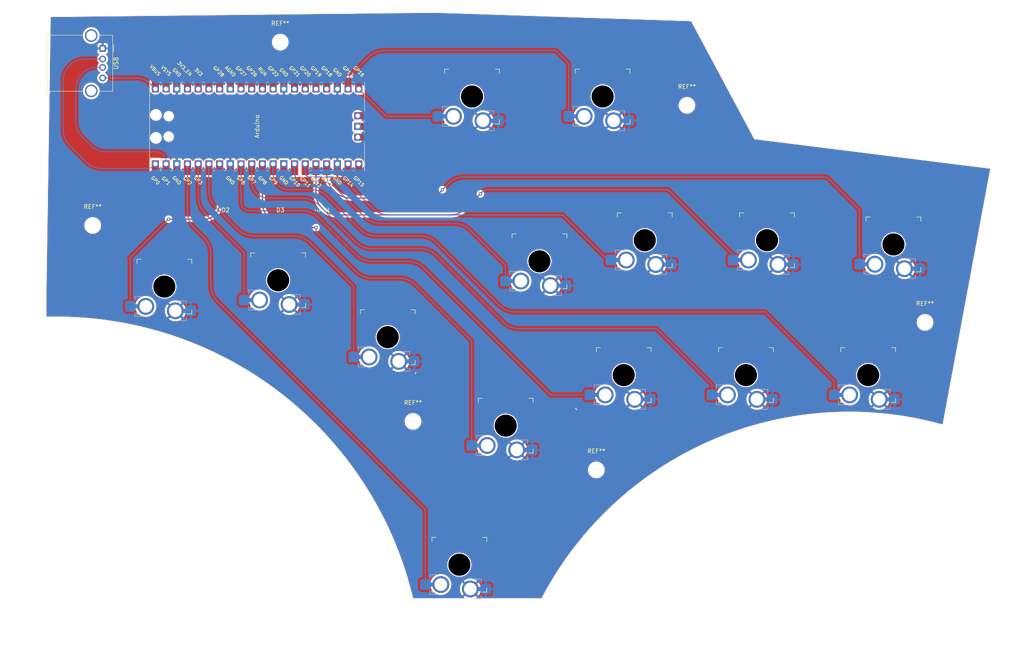
<source format=kicad_pcb>
(kicad_pcb (version 20241229) (generator "pcbnew") (generator_version "9.0")
  (title_block (title "tutorial") (rev "v1.0.0") (company "Unknown"))
  (layers (0 "F.Cu" signal) (2 "B.Cu" signal) (13 "F.Paste" user) (15 "B.Paste" user) (5 "F.SilkS" user "F.Silkscreen") (7 "B.SilkS" user "B.Silkscreen") (1 "F.Mask" user) (3 "B.Mask" user) (25 "Edge.Cuts" user))
  (net 0 "")
  (net 1 "GND")
  (net 2 "up")
  (net 3 "down")
  (net 4 "left")
  (net 5 "right")
  (net 6 "p1")
  (net 7 "p0")
  (net 8 "k0")
  (net 9 "k1")
  (net 10 "k2")
  (net 11 "k3")
  (net 12 "p2")
  (net 13 "p3")
  (net 14 "start")
  (net 15 "select")
  (net 16 "VCC")
  (net 17 "D+")
  (net 18 "D-")
  (footprint "Button_Switch_Keyboard:SW_Gateron_LowProfile_HotSwap_PTH_footprint" (layer "F.Cu") (at 313 164)
    (property "Reference" "S11" (hide yes))
    (property "Value" "" (hide yes))
    (pad "" np_thru_hole circle (at 0 0) (size 5.25 5.25) (drill 5.25) (layers "*.Mask"))
    (pad "1" smd roundrect (at -8.075 4.7) (size 2.5 2.55) (layers "B.Cu" "B.Mask" "B.Paste") (roundrect_rratio 0.2) (net 11 "k3"))
    (pad "1" smd rect (at -6.35 4.7) (size 3.9 1) (layers "B.Cu") (net 11 "k3"))
    (pad "1" thru_hole circle (at -4.4 4.7) (size 4 4) (drill 3) (layers "*.Cu" "B.Mask") (net 11 "k3"))
    (pad "2" thru_hole circle (at 2.6 5.75) (size 4 4) (drill 3) (layers "*.Cu" "B.Mask") (net 1 "GND"))
    (pad "2" smd rect (at 4.475 5.75) (size 3.75 1) (layers "B.Cu") (net 1 "GND"))
    (pad "2" smd roundrect (at 6.275 5.75) (size 2.5 2.55) (layers "B.Cu" "B.Mask" "B.Paste") (roundrect_rratio 0.2) (net 1 "GND"))
  )
  (footprint "Button_Switch_Keyboard:SW_Gateron_LowProfile_HotSwap_PTH_footprint" (layer "F.Cu") (at 216 209)
    (property "Reference" "S4" (hide yes))
    (property "Value" "" (hide yes))
    (pad "" np_thru_hole circle (at 0 0) (size 5.25 5.25) (drill 5.25) (layers "*.Mask"))
    (pad "1" smd roundrect (at -8.075 4.7) (size 2.5 2.55) (layers "B.Cu" "B.Mask" "B.Paste") (roundrect_rratio 0.2) (net 2 "up"))
    (pad "1" smd rect (at -6.35 4.7) (size 3.9 1) (layers "B.Cu") (net 2 "up"))
    (pad "1" thru_hole circle (at -4.4 4.7) (size 4 4) (drill 3) (layers "*.Cu" "B.Mask") (net 2 "up"))
    (pad "2" thru_hole circle (at 2.6 5.75) (size 4 4) (drill 3) (layers "*.Cu" "B.Mask") (net 1 "GND"))
    (pad "2" smd rect (at 4.475 5.75) (size 3.75 1) (layers "B.Cu") (net 1 "GND"))
    (pad "2" smd roundrect (at 6.275 5.75) (size 2.5 2.55) (layers "B.Cu" "B.Mask" "B.Paste") (roundrect_rratio 0.2) (net 1 "GND"))
  )
  (footprint "MountingHole:MountingHole_3.5mm" (layer "F.Cu") (at 270 100)
    (property "Reference" "REF**" (at 0 -4.45 0) (layer "F.SilkS"))
    (property "Value" "MountingHole_3.5mm")
    (pad "" np_thru_hole circle (at 0 0) (size 3.5 3.5) (drill 3.5) (layers "*.Cu" "*.Mask"))
  )
  (footprint "Button_Switch_Keyboard:SW_Gateron_LowProfile_HotSwap_PTH_footprint" (layer "F.Cu") (at 255 164)
    (property "Reference" "S7" (hide yes))
    (property "Value" "" (hide yes))
    (pad "" np_thru_hole circle (at 0 0) (size 5.25 5.25) (drill 5.25) (layers "*.Mask"))
    (pad "1" smd roundrect (at -8.075 4.7) (size 2.5 2.55) (layers "B.Cu" "B.Mask" "B.Paste") (roundrect_rratio 0.2) (net 9 "k1"))
    (pad "1" smd rect (at -6.35 4.7) (size 3.9 1) (layers "B.Cu") (net 9 "k1"))
    (pad "1" thru_hole circle (at -4.4 4.7) (size 4 4) (drill 3) (layers "*.Cu" "B.Mask") (net 9 "k1"))
    (pad "2" thru_hole circle (at 2.6 5.75) (size 4 4) (drill 3) (layers "*.Cu" "B.Mask") (net 1 "GND"))
    (pad "2" smd rect (at 4.475 5.75) (size 3.75 1) (layers "B.Cu") (net 1 "GND"))
    (pad "2" smd roundrect (at 6.275 5.75) (size 2.5 2.55) (layers "B.Cu" "B.Mask" "B.Paste") (roundrect_rratio 0.2) (net 1 "GND"))
  )
  (footprint "Connector_USB:USB_A_Molex_67643_Horizontal" (layer "F.Cu") (at 131.36 86.5 -90)
    (property "Reference" "USB" (at 3.5 -3.19 90) (layer "F.SilkS"))
    (property "Value" "USB_A_Molex_67643_Horizontal")
    (pad "1" thru_hole rect (at 0 0 270) (size 1.6 1.5) (drill 0.95) (layers "*.Cu" "*.Mask") (net 1 "GND"))
    (pad "2" thru_hole circle (at 2.5 0 270) (size 1.6 1.6) (drill 0.95) (layers "*.Cu" "*.Mask") (net 17 "D+"))
    (pad "3" thru_hole circle (at 4.5 0 270) (size 1.6 1.6) (drill 0.95) (layers "*.Cu" "*.Mask") (net 18 "D-"))
    (pad "4" thru_hole circle (at 7 0 270) (size 1.6 1.6) (drill 0.95) (layers "*.Cu" "*.Mask") (net 16 "VCC"))
    (pad "5" thru_hole circle (at -3.07 2.71 270) (size 3 3) (drill 2.3) (layers "*.Cu" "*.Mask"))
    (pad "5" thru_hole circle (at 10.07 2.71 270) (size 3 3) (drill 2.3) (layers "*.Cu" "*.Mask"))
  )
  (footprint "MountingHole:MountingHole_3.5mm" (layer "F.Cu") (at 129 128.5)
    (property "Reference" "REF**" (at 0 -4.45 0) (layer "F.SilkS"))
    (property "Value" "MountingHole_3.5mm")
    (pad "" np_thru_hole circle (at 0 0) (size 3.5 3.5) (drill 3.5) (layers "*.Cu" "*.Mask"))
  )
  (footprint "Button_Switch_Keyboard:SW_Gateron_LowProfile_HotSwap_PTH_footprint" (layer "F.Cu") (at 199 155)
    (property "Reference" "S3" (hide yes))
    (property "Value" "" (hide yes))
    (pad "" np_thru_hole circle (at 0 0) (size 5.25 5.25) (drill 5.25) (layers "*.Mask"))
    (pad "1" smd roundrect (at -8.075 4.7) (size 2.5 2.55) (layers "B.Cu" "B.Mask" "B.Paste") (roundrect_rratio 0.2) (net 5 "right"))
    (pad "1" smd rect (at -6.35 4.7) (size 3.9 1) (layers "B.Cu") (net 5 "right"))
    (pad "1" thru_hole circle (at -4.4 4.7) (size 4 4) (drill 3) (layers "*.Cu" "B.Mask") (net 5 "right"))
    (pad "2" thru_hole circle (at 2.6 5.75) (size 4 4) (drill 3) (layers "*.Cu" "B.Mask") (net 1 "GND"))
    (pad "2" smd rect (at 4.475 5.75) (size 3.75 1) (layers "B.Cu") (net 1 "GND"))
    (pad "2" smd roundrect (at 6.275 5.75) (size 2.5 2.55) (layers "B.Cu" "B.Mask" "B.Paste") (roundrect_rratio 0.2) (net 1 "GND"))
  )
  (footprint "Button_Switch_Keyboard:SW_Gateron_LowProfile_HotSwap_PTH_footprint" (layer "F.Cu") (at 289 132)
    (property "Reference" "S10" (hide yes))
    (property "Value" "" (hide yes))
    (pad "" np_thru_hole circle (at 0 0) (size 5.25 5.25) (drill 5.25) (layers "*.Mask"))
    (pad "1" smd roundrect (at -8.075 4.7) (size 2.5 2.55) (layers "B.Cu" "B.Mask" "B.Paste") (roundrect_rratio 0.2) (net 12 "p2"))
    (pad "1" smd rect (at -6.35 4.7) (size 3.9 1) (layers "B.Cu") (net 12 "p2"))
    (pad "1" thru_hole circle (at -4.4 4.7) (size 4 4) (drill 3) (layers "*.Cu" "B.Mask") (net 12 "p2"))
    (pad "2" thru_hole circle (at 2.6 5.75) (size 4 4) (drill 3) (layers "*.Cu" "B.Mask") (net 1 "GND"))
    (pad "2" smd rect (at 4.475 5.75) (size 3.75 1) (layers "B.Cu") (net 1 "GND"))
    (pad "2" smd roundrect (at 6.275 5.75) (size 2.5 2.55) (layers "B.Cu" "B.Mask" "B.Paste") (roundrect_rratio 0.2) (net 1 "GND"))
  )
  (footprint "Button_Switch_Keyboard:SW_Gateron_LowProfile_HotSwap_PTH_footprint" (layer "F.Cu") (at 235 137)
    (property "Reference" "S6" (hide yes))
    (property "Value" "" (hide yes))
    (pad "" np_thru_hole circle (at 0 0) (size 5.25 5.25) (drill 5.25) (layers "*.Mask"))
    (pad "1" smd roundrect (at -8.075 4.7) (size 2.5 2.55) (layers "B.Cu" "B.Mask" "B.Paste") (roundrect_rratio 0.2) (net 7 "p0"))
    (pad "1" smd rect (at -6.35 4.7) (size 3.9 1) (layers "B.Cu") (net 7 "p0"))
    (pad "1" thru_hole circle (at -4.4 4.7) (size 4 4) (drill 3) (layers "*.Cu" "B.Mask") (net 7 "p0"))
    (pad "2" thru_hole circle (at 2.6 5.75) (size 4 4) (drill 3) (layers "*.Cu" "B.Mask") (net 1 "GND"))
    (pad "2" smd rect (at 4.475 5.75) (size 3.75 1) (layers "B.Cu") (net 1 "GND"))
    (pad "2" smd roundrect (at 6.275 5.75) (size 2.5 2.55) (layers "B.Cu" "B.Mask" "B.Paste") (roundrect_rratio 0.2) (net 1 "GND"))
  )
  (footprint "MountingHole:MountingHole_3.5mm" (layer "F.Cu") (at 205 175)
    (property "Reference" "REF**" (at 0 -4.45 0) (layer "F.SilkS"))
    (property "Value" "MountingHole_3.5mm")
    (pad "" np_thru_hole circle (at 0 0) (size 3.5 3.5) (drill 3.5) (layers "*.Cu" "*.Mask"))
  )
  (footprint "Button_Switch_Keyboard:SW_Gateron_LowProfile_HotSwap_PTH_footprint" (layer "F.Cu") (at 284 164)
    (property "Reference" "S9" (hide yes))
    (property "Value" "" (hide yes))
    (pad "" np_thru_hole circle (at 0 0) (size 5.25 5.25) (drill 5.25) (layers "*.Mask"))
    (pad "1" smd roundrect (at -8.075 4.7) (size 2.5 2.55) (layers "B.Cu" "B.Mask" "B.Paste") (roundrect_rratio 0.2) (net 10 "k2"))
    (pad "1" smd rect (at -6.35 4.7) (size 3.9 1) (layers "B.Cu") (net 10 "k2"))
    (pad "1" thru_hole circle (at -4.4 4.7) (size 4 4) (drill 3) (layers "*.Cu" "B.Mask") (net 10 "k2"))
    (pad "2" thru_hole circle (at 2.6 5.75) (size 4 4) (drill 3) (layers "*.Cu" "B.Mask") (net 1 "GND"))
    (pad "2" smd rect (at 4.475 5.75) (size 3.75 1) (layers "B.Cu") (net 1 "GND"))
    (pad "2" smd roundrect (at 6.275 5.75) (size 2.5 2.55) (layers "B.Cu" "B.Mask" "B.Paste") (roundrect_rratio 0.2) (net 1 "GND"))
  )
  (footprint "MCU_RaspberryPi_and_Boards:RPi_Pico_SMD_TH" (layer "F.Cu") (at 168 105 90)
    (property "Reference" "Arduino" (at 0 0 90) (layer "F.SilkS"))
    (property "Value" "RPi_Pico_SMD_TH")
    (fp_text user "GP22" (at 13.054 3.81 135) (layer "F.SilkS") (effects (font (size 0.8 0.8))))
    (fp_text user "GP27" (at 13.054 -3.8 135) (layer "F.SilkS") (effects (font (size 0.8 0.8))))
    (fp_text user "GP26" (at 13.054 -1.27 135) (layer "F.SilkS") (effects (font (size 0.8 0.8))))
    (fp_text user "GND" (at 12.8 19.05 135) (layer "F.SilkS") (effects (font (size 0.8 0.8))))
    (fp_text user "3V3" (at 12.9 -13.9 135) (layer "F.SilkS") (effects (font (size 0.8 0.8))))
    (fp_text user "GP20" (at 13.054 11.43 135) (layer "F.SilkS") (effects (font (size 0.8 0.8))))
    (fp_text user "GP15" (at -13.054 24.13 135) (layer "F.SilkS") (effects (font (size 0.8 0.8))))
    (fp_text user "GND" (at -12.8 6.35 135) (layer "F.SilkS") (effects (font (size 0.8 0.8))))
    (fp_text user "GP19" (at 13.054 13.97 135) (layer "F.SilkS") (effects (font (size 0.8 0.8))))
    (fp_text user "GND" (at -12.8 -6.35 135) (layer "F.SilkS") (effects (font (size 0.8 0.8))))
    (fp_text user "GP18" (at 13.054 16.51 135) (layer "F.SilkS") (effects (font (size 0.8 0.8))))
    (fp_text user "GP16" (at 13.054 24.13 135) (layer "F.SilkS") (effects (font (size 0.8 0.8))))
    (fp_text user "GP17" (at 13.054 21.59 135) (layer "F.SilkS") (effects (font (size 0.8 0.8))))
    (fp_text user "GP6" (at -12.8 -3.81 135) (layer "F.SilkS") (effects (font (size 0.8 0.8))))
    (fp_text user "VSYS" (at 13.2 -21.59 135) (layer "F.SilkS") (effects (font (size 0.8 0.8))))
    (fp_text user "GP2" (at -12.9 -16.51 135) (layer "F.SilkS") (effects (font (size 0.8 0.8))))
    (fp_text user "GP0" (at -12.8 -24.13 135) (layer "F.SilkS") (effects (font (size 0.8 0.8))))
    (fp_text user "GND" (at -12.8 -19.05 135) (layer "F.SilkS") (effects (font (size 0.8 0.8))))
    (fp_text user "GND" (at 12.8 -19.05 135) (layer "F.SilkS") (effects (font (size 0.8 0.8))))
    (fp_text user "GP14" (at -13.1 21.59 135) (layer "F.SilkS") (effects (font (size 0.8 0.8))))
    (fp_text user "GP12" (at -13.2 13.97 135) (layer "F.SilkS") (effects (font (size 0.8 0.8))))
    (fp_text user "GP13" (at -13.054 16.51 135) (layer "F.SilkS") (effects (font (size 0.8 0.8))))
    (fp_text user "VBUS" (at 13.3 -24.2 135) (layer "F.SilkS") (effects (font (size 0.8 0.8))))
    (fp_text user "GP1" (at -12.9 -21.6 135) (layer "F.SilkS") (effects (font (size 0.8 0.8))))
    (fp_text user "GP3" (at -12.8 -13.97 135) (layer "F.SilkS") (effects (font (size 0.8 0.8))))
    (fp_text user "GP9" (at -12.8 3.81 135) (layer "F.SilkS") (effects (font (size 0.8 0.8))))
    (fp_text user "GND" (at 12.8 6.35 135) (layer "F.SilkS") (effects (font (size 0.8 0.8))))
    (fp_text user "AGND" (at 13.054 -6.35 135) (layer "F.SilkS") (effects (font (size 0.8 0.8))))
    (fp_text user "GND" (at -12.8 19.05 135) (layer "F.SilkS") (effects (font (size 0.8 0.8))))
    (fp_text user "GP10" (at -13.054 8.89 135) (layer "F.SilkS") (effects (font (size 0.8 0.8))))
    (fp_text user "GP28" (at 13.054 -9.144 135) (layer "F.SilkS") (effects (font (size 0.8 0.8))))
    (fp_text user "GP11" (at -13.2 11.43 135) (layer "F.SilkS") (effects (font (size 0.8 0.8))))
    (fp_text user "GP7" (at -12.7 -1.3 135) (layer "F.SilkS") (effects (font (size 0.8 0.8))))
    (fp_text user "3V3_EN" (at 13.7 -17.2 135) (layer "F.SilkS") (effects (font (size 0.8 0.8))))
    (fp_text user "RUN" (at 13 1.27 135) (layer "F.SilkS") (effects (font (size 0.8 0.8))))
    (fp_text user "GP8" (at -12.8 1.27 135) (layer "F.SilkS") (effects (font (size 0.8 0.8))))
    (fp_text user "GP21" (at 13.054 8.9 135) (layer "F.SilkS") (effects (font (size 0.8 0.8))))
    (pad "" np_thru_hole oval (at -2.725 -24 90) (size 1.8 1.8) (drill 1.8) (layers "*.Cu" "*.Mask"))
    (pad "" np_thru_hole oval (at -2.425 -20.97 90) (size 1.5 1.5) (drill 1.5) (layers "*.Cu" "*.Mask"))
    (pad "" np_thru_hole oval (at 2.425 -20.97 90) (size 1.5 1.5) (drill 1.5) (layers "*.Cu" "*.Mask"))
    (pad "" np_thru_hole oval (at 2.725 -24 90) (size 1.8 1.8) (drill 1.8) (layers "*.Cu" "*.Mask"))
    (pad "1" thru_hole oval (at -8.89 -24.13 90) (size 1.7 1.7) (drill 1.02) (layers "*.Cu" "*.Mask") (net 17 "D+"))
    (pad "1" smd rect (at -8.89 -24.13 90) (size 3.5 1.7) (drill (offset -0.9 0)) (layers "F.Cu" "F.Mask"))
    (pad "2" thru_hole oval (at -8.89 -21.59 90) (size 1.7 1.7) (drill 1.02) (layers "*.Cu" "*.Mask") (net 18 "D-"))
    (pad "2" smd rect (at -8.89 -21.59 90) (size 3.5 1.7) (drill (offset -0.9 0)) (layers "F.Cu" "F.Mask"))
    (pad "3" thru_hole rect (at -8.89 -19.05 90) (size 1.7 1.7) (drill 1.02) (layers "*.Cu" "*.Mask") (net 1 "GND"))
    (pad "3" smd rect (at -8.89 -19.05 90) (size 3.5 1.7) (drill (offset -0.9 0)) (layers "F.Cu" "F.Mask") (net 1 "GND"))
    (pad "4" thru_hole oval (at -8.89 -16.51 90) (size 1.7 1.7) (drill 1.02) (layers "*.Cu" "*.Mask") (net 2 "up"))
    (pad "4" smd rect (at -8.89 -16.51 90) (size 3.5 1.7) (drill (offset -0.9 0)) (layers "F.Cu" "F.Mask") (net 2 "up"))
    (pad "5" thru_hole oval (at -8.89 -13.97 90) (size 1.7 1.7) (drill 1.02) (layers "*.Cu" "*.Mask") (net 3 "down"))
    (pad "5" smd rect (at -8.89 -13.97 90) (size 3.5 1.7) (drill (offset -0.9 0)) (layers "F.Cu" "F.Mask") (net 3 "down"))
    (pad "6" thru_hole oval (at -8.89 -11.43 90) (size 1.7 1.7) (drill 1.02) (layers "*.Cu" "*.Mask") (net 5 "right"))
    (pad "6" smd rect (at -8.89 -11.43 90) (size 3.5 1.7) (drill (offset -0.9 0)) (layers "F.Cu" "F.Mask") (net 5 "right"))
    (pad "7" thru_hole oval (at -8.89 -8.89 90) (size 1.7 1.7) (drill 1.02) (layers "*.Cu" "*.Mask") (net 4 "left"))
    (pad "7" smd rect (at -8.89 -8.89 90) (size 3.5 1.7) (drill (offset -0.9 0)) (layers "F.Cu" "F.Mask") (net 4 "left"))
    (pad "8" thru_hole rect (at -8.89 -6.35 90) (size 1.7 1.7) (drill 1.02) (layers "*.Cu" "*.Mask") (net 1 "GND"))
    (pad "8" smd rect (at -8.89 -6.35 90) (size 3.5 1.7) (drill (offset -0.9 0)) (layers "F.Cu" "F.Mask") (net 1 "GND"))
    (pad "9" thru_hole oval (at -8.89 -3.81 90) (size 1.7 1.7) (drill 1.02) (layers "*.Cu" "*.Mask") (net 9 "k1"))
    (pad "9" smd rect (at -8.89 -3.81 90) (size 3.5 1.7) (drill (offset -0.9 0)) (layers "F.Cu" "F.Mask") (net 9 "k1"))
    (pad "10" thru_hole oval (at -8.89 -1.27 90) (size 1.7 1.7) (drill 1.02) (layers "*.Cu" "*.Mask") (net 10 "k2"))
    (pad "10" smd rect (at -8.89 -1.27 90) (size 3.5 1.7) (drill (offset -0.9 0)) (layers "F.Cu" "F.Mask") (net 10 "k2"))
    (pad "11" thru_hole oval (at -8.89 1.27 90) (size 1.7 1.7) (drill 1.02) (layers "*.Cu" "*.Mask") (net 8 "k0"))
    (pad "11" smd rect (at -8.89 1.27 90) (size 3.5 1.7) (drill (offset -0.9 0)) (layers "F.Cu" "F.Mask") (net 8 "k0"))
    (pad "12" thru_hole oval (at -8.89 3.81 90) (size 1.7 1.7) (drill 1.02) (layers "*.Cu" "*.Mask") (net 11 "k3"))
    (pad "12" smd rect (at -8.89 3.81 90) (size 3.5 1.7) (drill (offset -0.9 0)) (layers "F.Cu" "F.Mask") (net 11 "k3"))
    (pad "13" thru_hole rect (at -8.89 6.35 90) (size 1.7 1.7) (drill 1.02) (layers "*.Cu" "*.Mask"))
    (pad "13" smd rect (at -8.89 6.35 90) (size 3.5 1.7) (drill (offset -0.9 0)) (layers "F.Cu" "F.Mask"))
    (pad "14" thru_hole oval (at -8.89 8.89 90) (size 1.7 1.7) (drill 1.02) (layers "*.Cu" "*.Mask") (net 7 "p0"))
    (pad "14" smd rect (at -8.89 8.89 90) (size 3.5 1.7) (drill (offset -0.9 0)) (layers "F.Cu" "F.Mask") (net 7 "p0"))
    (pad "15" thru_hole oval (at -8.89 11.43 90) (size 1.7 1.7) (drill 1.02) (layers "*.Cu" "*.Mask") (net 6 "p1"))
    (pad "15" smd rect (at -8.89 11.43 90) (size 3.5 1.7) (drill (offset -0.9 0)) (layers "F.Cu" "F.Mask") (net 6 "p1"))
    (pad "16" thru_hole oval (at -8.89 13.97 90) (size 1.7 1.7) (drill 1.02) (layers "*.Cu" "*.Mask") (net 12 "p2"))
    (pad "16" smd rect (at -8.89 13.97 90) (size 3.5 1.7) (drill (offset -0.9 0)) (layers "F.Cu" "F.Mask") (net 12 "p2"))
    (pad "17" thru_hole oval (at -8.89 16.51 90) (size 1.7 1.7) (drill 1.02) (layers "*.Cu" "*.Mask") (net 13 "p3"))
    (pad "17" smd rect (at -8.89 16.51 90) (size 3.5 1.7) (drill (offset -0.9 0)) (layers "F.Cu" "F.Mask") (net 13 "p3"))
    (pad "18" thru_hole rect (at -8.89 19.05 90) (size 1.7 1.7) (drill 1.02) (layers "*.Cu" "*.Mask") (net 1 "GND"))
    (pad "18" smd rect (at -8.89 19.05 90) (size 3.5 1.7) (drill (offset -0.9 0)) (layers "F.Cu" "F.Mask") (net 1 "GND"))
    (pad "19" thru_hole oval (at -8.89 21.59 90) (size 1.7 1.7) (drill 1.02) (layers "*.Cu" "*.Mask"))
    (pad "19" smd rect (at -8.89 21.59 90) (size 3.5 1.7) (drill (offset -0.9 0)) (layers "F.Cu" "F.Mask"))
    (pad "20" thru_hole oval (at -8.89 24.13 90) (size 1.7 1.7) (drill 1.02) (layers "*.Cu" "*.Mask"))
    (pad "20" smd rect (at -8.89 24.13 90) (size 3.5 1.7) (drill (offset -0.9 0)) (layers "F.Cu" "F.Mask"))
    (pad "21" thru_hole oval (at 8.89 24.13 90) (size 1.7 1.7) (drill 1.02) (layers "*.Cu" "*.Mask") (net 14 "start"))
    (pad "21" smd rect (at 8.89 24.13 90) (size 3.5 1.7) (drill (offset 0.9 0)) (layers "F.Cu" "F.Mask") (net 14 "start"))
    (pad "22" thru_hole oval (at 8.89 21.59 90) (size 1.7 1.7) (drill 1.02) (layers "*.Cu" "*.Mask") (net 15 "select"))
    (pad "22" smd rect (at 8.89 21.59 90) (size 3.5 1.7) (drill (offset 0.9 0)) (layers "F.Cu" "F.Mask") (net 15 "select"))
    (pad "23" thru_hole rect (at 8.89 19.05 90) (size 1.7 1.7) (drill 1.02) (layers "*.Cu" "*.Mask") (net 1 "GND"))
    (pad "23" smd rect (at 8.89 19.05 90) (size 3.5 1.7) (drill (offset 0.9 0)) (layers "F.Cu" "F.Mask") (net 1 "GND"))
    (pad "24" thru_hole oval (at 8.89 16.51 90) (size 1.7 1.7) (drill 1.02) (layers "*.Cu" "*.Mask"))
    (pad "24" smd rect (at 8.89 16.51 90) (size 3.5 1.7) (drill (offset 0.9 0)) (layers "F.Cu" "F.Mask"))
    (pad "25" thru_hole oval (at 8.89 13.97 90) (size 1.7 1.7) (drill 1.02) (layers "*.Cu" "*.Mask"))
    (pad "25" smd rect (at 8.89 13.97 90) (size 3.5 1.7) (drill (offset 0.9 0)) (layers "F.Cu" "F.Mask"))
    (pad "26" thru_hole oval (at 8.89 11.43 90) (size 1.7 1.7) (drill 1.02) (layers "*.Cu" "*.Mask"))
    (pad "26" smd rect (at 8.89 11.43 90) (size 3.5 1.7) (drill (offset 0.9 0)) (layers "F.Cu" "F.Mask"))
    (pad "27" thru_hole oval (at 8.89 8.89 90) (size 1.7 1.7) (drill 1.02) (layers "*.Cu" "*.Mask"))
    (pad "27" smd rect (at 8.89 8.89 90) (size 3.5 1.7) (drill (offset 0.9 0)) (layers "F.Cu" "F.Mask"))
    (pad "28" thru_hole rect (at 8.89 6.35 90) (size 1.7 1.7) (drill 1.02) (layers "*.Cu" "*.Mask") (net 1 "GND"))
    (pad "28" smd rect (at 8.89 6.35 90) (size 3.5 1.7) (drill (offset 0.9 0)) (layers "F.Cu" "F.Mask") (net 1 "GND"))
    (pad "29" thru_hole oval (at 8.89 3.81 90) (size 1.7 1.7) (drill 1.02) (layers "*.Cu" "*.Mask"))
    (pad "29" smd rect (at 8.89 3.81 90) (size 3.5 1.7) (drill (offset 0.9 0)) (layers "F.Cu" "F.Mask"))
    (pad "30" thru_hole oval (at 8.89 1.27 90) (size 1.7 1.7) (drill 1.02) (layers "*.Cu" "*.Mask"))
    (pad "30" smd rect (at 8.89 1.27 90) (size 3.5 1.7) (drill (offset 0.9 0)) (layers "F.Cu" "F.Mask"))
    (pad "31" thru_hole oval (at 8.89 -1.27 90) (size 1.7 1.7) (drill 1.02) (layers "*.Cu" "*.Mask"))
    (pad "31" smd rect (at 8.89 -1.27 90) (size 3.5 1.7) (drill (offset 0.9 0)) (layers "F.Cu" "F.Mask"))
    (pad "32" thru_hole oval (at 8.89 -3.81 90) (size 1.7 1.7) (drill 1.02) (layers "*.Cu" "*.Mask"))
    (pad "32" smd rect (at 8.89 -3.81 90) (size 3.5 1.7) (drill (offset 0.9 0)) (layers "F.Cu" "F.Mask"))
    (pad "33" thru_hole rect (at 8.89 -6.35 90) (size 1.7 1.7) (drill 1.02) (layers "*.Cu" "*.Mask"))
    (pad "33" smd rect (at 8.89 -6.35 90) (size 3.5 1.7) (drill (offset 0.9 0)) (layers "F.Cu" "F.Mask"))
    (pad "34" thru_hole oval (at 8.89 -8.89 90) (size 1.7 1.7) (drill 1.02) (layers "*.Cu" "*.Mask"))
    (pad "34" smd rect (at 8.89 -8.89 90) (size 3.5 1.7) (drill (offset 0.9 0)) (layers "F.Cu" "F.Mask"))
    (pad "35" thru_hole oval (at 8.89 -11.43 90) (size 1.7 1.7) (drill 1.02) (layers "*.Cu" "*.Mask"))
    (pad "35" smd rect (at 8.89 -11.43 90) (size 3.5 1.7) (drill (offset 0.9 0)) (layers "F.Cu" "F.Mask"))
    (pad "36" thru_hole oval (at 8.89 -13.97 90) (size 1.7 1.7) (drill 1.02) (layers "*.Cu" "*.Mask"))
    (pad "36" smd rect (at 8.89 -13.97 90) (size 3.5 1.7) (drill (offset 0.9 0)) (layers "F.Cu" "F.Mask"))
    (pad "37" thru_hole oval (at 8.89 -16.51 90) (size 1.7 1.7) (drill 1.02) (layers "*.Cu" "*.Mask"))
    (pad "37" smd rect (at 8.89 -16.51 90) (size 3.5 1.7) (drill (offset 0.9 0)) (layers "F.Cu" "F.Mask"))
    (pad "38" thru_hole rect (at 8.89 -19.05 90) (size 1.7 1.7) (drill 1.02) (layers "*.Cu" "*.Mask") (net 1 "GND"))
    (pad "38" smd rect (at 8.89 -19.05 90) (size 3.5 1.7) (drill (offset 0.9 0)) (layers "F.Cu" "F.Mask") (net 1 "GND"))
    (pad "39" thru_hole oval (at 8.89 -21.59 90) (size 1.7 1.7) (drill 1.02) (layers "*.Cu" "*.Mask"))
    (pad "39" smd rect (at 8.89 -21.59 90) (size 3.5 1.7) (drill (offset 0.9 0)) (layers "F.Cu" "F.Mask"))
    (pad "40" thru_hole oval (at 8.89 -24.13 90) (size 1.7 1.7) (drill 1.02) (layers "*.Cu" "*.Mask") (net 16 "VCC"))
    (pad "40" smd rect (at 8.89 -24.13 90) (size 3.5 1.7) (drill (offset 0.9 0)) (layers "F.Cu" "F.Mask"))
    (pad "41" thru_hole oval (at -2.54 23.9 90) (size 1.7 1.7) (drill 1.02) (layers "*.Cu" "*.Mask"))
    (pad "41" smd rect (at -2.54 23.9 180) (size 3.5 1.7) (drill (offset -0.9 0)) (layers "F.Cu" "F.Mask"))
    (pad "42" thru_hole rect (at 0 23.9 90) (size 1.7 1.7) (drill 1.02) (layers "*.Cu" "*.Mask"))
    (pad "42" smd rect (at 0 23.9 180) (size 3.5 1.7) (drill (offset -0.9 0)) (layers "F.Cu" "F.Mask"))
    (pad "43" thru_hole oval (at 2.54 23.9 90) (size 1.7 1.7) (drill 1.02) (layers "*.Cu" "*.Mask"))
    (pad "43" smd rect (at 2.54 23.9 180) (size 3.5 1.7) (drill (offset -0.9 0)) (layers "F.Cu" "F.Mask"))
  )
  (footprint "Button_Switch_Keyboard:SW_Gateron_LowProfile_HotSwap_PTH_footprint" (layer "F.Cu") (at 173 141.5)
    (property "Reference" "S2" (hide yes))
    (property "Value" "" (hide yes))
    (pad "" np_thru_hole circle (at 0 0) (size 5.25 5.25) (drill 5.25) (layers "*.Mask"))
    (pad "1" smd roundrect (at -8.075 4.7) (size 2.5 2.55) (layers "B.Cu" "B.Mask" "B.Paste") (roundrect_rratio 0.2) (net 3 "down"))
    (pad "1" smd rect (at -6.35 4.7) (size 3.9 1) (layers "B.Cu") (net 3 "down"))
    (pad "1" thru_hole circle (at -4.4 4.7) (size 4 4) (drill 3) (layers "*.Cu" "B.Mask") (net 3 "down"))
    (pad "2" thru_hole circle (at 2.6 5.75) (size 4 4) (drill 3) (layers "*.Cu" "B.Mask") (net 1 "GND"))
    (pad "2" smd rect (at 4.475 5.75) (size 3.75 1) (layers "B.Cu") (net 1 "GND"))
    (pad "2" smd roundrect (at 6.275 5.75) (size 2.5 2.55) (layers "B.Cu" "B.Mask" "B.Paste") (roundrect_rratio 0.2) (net 1 "GND"))
  )
  (footprint "MountingHole:MountingHole_3.5mm" (layer "F.Cu") (at 173.5 85)
    (property "Reference" "REF**" (at 0 -4.45 0) (layer "F.SilkS"))
    (property "Value" "MountingHole_3.5mm")
    (pad "" np_thru_hole circle (at 0 0) (size 3.5 3.5) (drill 3.5) (layers "*.Cu" "*.Mask"))
  )
  (footprint "Button_Switch_Keyboard:SW_Gateron_LowProfile_HotSwap_PTH_footprint" (layer "F.Cu") (at 250 97.9)
    (property "Reference" "S14" (hide yes))
    (property "Value" "" (hide yes))
    (pad "" np_thru_hole circle (at 0 0) (size 5.25 5.25) (drill 5.25) (layers "*.Mask"))
    (pad "1" smd roundrect (at -8.075 4.7) (size 2.5 2.55) (layers "B.Cu" "B.Mask" "B.Paste") (roundrect_rratio 0.2) (net 15 "select"))
    (pad "1" smd rect (at -6.35 4.7) (size 3.9 1) (layers "B.Cu") (net 15 "select"))
    (pad "1" thru_hole circle (at -4.4 4.7) (size 4 4) (drill 3) (layers "*.Cu" "B.Mask") (net 15 "select"))
    (pad "2" thru_hole circle (at 2.6 5.75) (size 4 4) (drill 3) (layers "*.Cu" "B.Mask") (net 1 "GND"))
    (pad "2" smd rect (at 4.475 5.75) (size 3.75 1) (layers "B.Cu") (net 1 "GND"))
    (pad "2" smd roundrect (at 6.275 5.75) (size 2.5 2.55) (layers "B.Cu" "B.Mask" "B.Paste") (roundrect_rratio 0.2) (net 1 "GND"))
  )
  (footprint "Button_Switch_Keyboard:SW_Gateron_LowProfile_HotSwap_PTH_footprint" (layer "F.Cu") (at 319 133)
    (property "Reference" "S12" (hide yes))
    (property "Value" "" (hide yes))
    (pad "" np_thru_hole circle (at 0 0) (size 5.25 5.25) (drill 5.25) (layers "*.Mask"))
    (pad "1" smd roundrect (at -8.075 4.7) (size 2.5 2.55) (layers "B.Cu" "B.Mask" "B.Paste") (roundrect_rratio 0.2) (net 13 "p3"))
    (pad "1" smd rect (at -6.35 4.7) (size 3.9 1) (layers "B.Cu") (net 13 "p3"))
    (pad "1" thru_hole circle (at -4.4 4.7) (size 4 4) (drill 3) (layers "*.Cu" "B.Mask") (net 13 "p3"))
    (pad "2" thru_hole circle (at 2.6 5.75) (size 4 4) (drill 3) (layers "*.Cu" "B.Mask") (net 1 "GND"))
    (pad "2" smd rect (at 4.475 5.75) (size 3.75 1) (layers "B.Cu") (net 1 "GND"))
    (pad "2" smd roundrect (at 6.275 5.75) (size 2.5 2.55) (layers "B.Cu" "B.Mask" "B.Paste") (roundrect_rratio 0.2) (net 1 "GND"))
  )
  (footprint "Button_Switch_Keyboard:SW_Gateron_LowProfile_HotSwap_PTH_footprint" (layer "F.Cu") (at 227 176)
    (property "Reference" "S5" (hide yes))
    (property "Value" "" (hide yes))
    (pad "" np_thru_hole circle (at 0 0) (size 5.25 5.25) (drill 5.25) (layers "*.Mask"))
    (pad "1" smd roundrect (at -8.075 4.7) (size 2.5 2.55) (layers "B.Cu" "B.Mask" "B.Paste") (roundrect_rratio 0.2) (net 8 "k0"))
    (pad "1" smd rect (at -6.35 4.7) (size 3.9 1) (layers "B.Cu") (net 8 "k0"))
    (pad "1" thru_hole circle (at -4.4 4.7) (size 4 4) (drill 3) (layers "*.Cu" "B.Mask") (net 8 "k0"))
    (pad "2" thru_hole circle (at 2.6 5.75) (size 4 4) (drill 3) (layers "*.Cu" "B.Mask") (net 1 "GND"))
    (pad "2" smd rect (at 4.475 5.75) (size 3.75 1) (layers "B.Cu") (net 1 "GND"))
    (pad "2" smd roundrect (at 6.275 5.75) (size 2.5 2.55) (layers "B.Cu" "B.Mask" "B.Paste") (roundrect_rratio 0.2) (net 1 "GND"))
  )
  (footprint "Button_Switch_Keyboard:SW_Gateron_LowProfile_HotSwap_PTH_footprint" (layer "F.Cu") (at 219 97.9)
    (property "Reference" "S13" (hide yes))
    (property "Value" "" (hide yes))
    (pad "" np_thru_hole circle (at 0 0) (size 5.25 5.25) (drill 5.25) (layers "*.Mask"))
    (pad "1" smd roundrect (at -8.075 4.7) (size 2.5 2.55) (layers "B.Cu" "B.Mask" "B.Paste") (roundrect_rratio 0.2) (net 14 "start"))
    (pad "1" smd rect (at -6.35 4.7) (size 3.9 1) (layers "B.Cu") (net 14 "start"))
    (pad "1" thru_hole circle (at -4.4 4.7) (size 4 4) (drill 3) (layers "*.Cu" "B.Mask") (net 14 "start"))
    (pad "2" thru_hole circle (at 2.6 5.75) (size 4 4) (drill 3) (layers "*.Cu" "B.Mask") (net 1 "GND"))
    (pad "2" smd rect (at 4.475 5.75) (size 3.75 1) (layers "B.Cu") (net 1 "GND"))
    (pad "2" smd roundrect (at 6.275 5.75) (size 2.5 2.55) (layers "B.Cu" "B.Mask" "B.Paste") (roundrect_rratio 0.2) (net 1 "GND"))
  )
  (footprint "Button_Switch_Keyboard:SW_Gateron_LowProfile_HotSwap_PTH_footprint" (layer "F.Cu") (at 260 132)
    (property "Reference" "S8" (hide yes))
    (property "Value" "" (hide yes))
    (pad "" np_thru_hole circle (at 0 0) (size 5.25 5.25) (drill 5.25) (layers "*.Mask"))
    (pad "1" smd roundrect (at -8.075 4.7) (size 2.5 2.55) (layers "B.Cu" "B.Mask" "B.Paste") (roundrect_rratio 0.2) (net 6 "p1"))
    (pad "1" smd rect (at -6.35 4.7) (size 3.9 1) (layers "B.Cu") (net 6 "p1"))
    (pad "1" thru_hole circle (at -4.4 4.7) (size 4 4) (drill 3) (layers "*.Cu" "B.Mask") (net 6 "p1"))
    (pad "2" thru_hole circle (at 2.6 5.75) (size 4 4) (drill 3) (layers "*.Cu" "B.Mask") (net 1 "GND"))
    (pad "2" smd rect (at 4.475 5.75) (size 3.75 1) (layers "B.Cu") (net 1 "GND"))
    (pad "2" smd roundrect (at 6.275 5.75) (size 2.5 2.55) (layers "B.Cu" "B.Mask" "B.Paste") (roundrect_rratio 0.2) (net 1 "GND"))
  )
  (footprint "MountingHole:MountingHole_3.5mm" (layer "F.Cu") (at 326.5 151.5)
    (property "Reference" "REF**" (at 0 -4.45 0) (layer "F.SilkS"))
    (property "Value" "MountingHole_3.5mm")
    (pad "" np_thru_hole circle (at 0 0) (size 3.5 3.5) (drill 3.5) (layers "*.Cu" "*.Mask"))
  )
  (footprint "Button_Switch_Keyboard:SW_Gateron_LowProfile_HotSwap_PTH_footprint" (layer "F.Cu") (at 146 143)
    (property "Reference" "S1" (hide yes))
    (property "Value" "" (hide yes))
    (pad "" np_thru_hole circle (at 0 0) (size 5.25 5.25) (drill 5.25) (layers "*.Mask"))
    (pad "1" smd roundrect (at -8.075 4.7) (size 2.5 2.55) (layers "B.Cu" "B.Mask" "B.Paste") (roundrect_rratio 0.2) (net 4 "left"))
    (pad "1" smd rect (at -6.35 4.7) (size 3.9 1) (layers "B.Cu") (net 4 "left"))
    (pad "1" thru_hole circle (at -4.4 4.7) (size 4 4) (drill 3) (layers "*.Cu" "B.Mask") (net 4 "left"))
    (pad "2" thru_hole circle (at 2.6 5.75) (size 4 4) (drill 3) (layers "*.Cu" "B.Mask") (net 1 "GND"))
    (pad "2" smd rect (at 4.475 5.75) (size 3.75 1) (layers "B.Cu") (net 1 "GND"))
    (pad "2" smd roundrect (at 6.275 5.75) (size 2.5 2.55) (layers "B.Cu" "B.Mask" "B.Paste") (roundrect_rratio 0.2) (net 1 "GND"))
  )
  (footprint "MountingHole:MountingHole_3.5mm" (layer "F.Cu") (at 248.5 186.5)
    (property "Reference" "REF**" (at 0 -4.45 0) (layer "F.SilkS"))
    (property "Value" "MountingHole_3.5mm")
    (pad "" np_thru_hole circle (at 0 0) (size 3.5 3.5) (drill 3.5) (layers "*.Cu" "*.Mask"))
  )
  (gr_line (start 172.78237 124.31754) (end 173.02046 124.31754) (stroke (width 0.15)) (layer "F.SilkS"))
  (gr_line (start 160.68713 125.31754) (end 161.30617 125.31754) (stroke (width 0.15)) (layer "F.SilkS"))
  (gr_line (start 173.97284 124.69849) (end 174.1157 124.69849) (stroke (width 0.15)) (layer "F.SilkS"))
  (gr_line (start 184.04427 124.31754) (end 184.3776 125.31754) (stroke (width 0.15)) (layer "F.SilkS"))
  (gr_line (start 173.30617 125.07944) (end 173.25856 125.17468) (stroke (width 0.15)) (layer "F.SilkS"))
  (gr_line (start 184.94903 125.31754) (end 184.94903 124.31754) (stroke (width 0.15)) (layer "F.SilkS"))
  (gr_line (start 161.25856 124.74611) (end 160.68713 125.31754) (stroke (width 0.15)) (layer "F.SilkS"))
  (gr_line (start 181.80617 124.74611) (end 181.80617 124.88897) (stroke (width 0.15)) (layer "F.SilkS"))
  (gr_line (start 160.35379 124.88897) (end 160.30617 125.07944) (stroke (width 0.15)) (layer "F.SilkS"))
  (gr_line (start 161.21094 124.36516) (end 161.25856 124.41278) (stroke (width 0.15)) (layer "F.SilkS"))
  (gr_line (start 161.1157 124.31754) (end 161.21094 124.36516) (stroke (width 0.15)) (layer "F.SilkS"))
  (gr_line (start 160.78237 124.36516) (end 160.8776 124.31754) (stroke (width 0.15)) (layer "F.SilkS"))
  (gr_line (start 160.30617 125.07944) (end 160.25856 125.17468) (stroke (width 0.15)) (layer "F.SilkS"))
  (gr_line (start 181.80617 124.88897) (end 181.85379 125.07944) (stroke (width 0.15)) (layer "F.SilkS"))
  (gr_line (start 160.35379 124.74611) (end 160.35379 124.88897) (stroke (width 0.15)) (layer "F.SilkS"))
  (gr_line (start 161.30617 124.60325) (end 161.25856 124.74611) (stroke (width 0.15)) (layer "F.SilkS"))
  (gr_line (start 182.42522 125.2223) (end 182.42522 124.88897) (stroke (width 0.15)) (layer "F.SilkS"))
  (gr_line (start 174.1157 124.69849) (end 174.21094 124.74611) (stroke (width 0.15)) (layer "F.SilkS"))
  (gr_line (start 173.02046 124.31754) (end 173.16332 124.36516) (stroke (width 0.15)) (layer "F.SilkS"))
  (gr_line (start 160.8776 124.31754) (end 161.1157 124.31754) (stroke (width 0.15)) (layer "F.SilkS"))
  (gr_line (start 182.85379 125.31754) (end 182.85379 124.31754) (stroke (width 0.15)) (layer "F.SilkS"))
  (gr_line (start 174.1157 125.31754) (end 173.82998 125.31754) (stroke (width 0.15)) (layer "F.SilkS"))
  (gr_line (start 159.78237 125.31754) (end 159.78237 124.31754) (stroke (width 0.15)) (layer "F.SilkS"))
  (gr_line (start 173.35379 124.88897) (end 173.30617 125.07944) (stroke (width 0.15)) (layer "F.SilkS"))
  (gr_line (start 173.73475 125.26992) (end 173.68713 125.2223) (stroke (width 0.15)) (layer "F.SilkS"))
  (gr_line (start 183.71094 125.31754) (end 184.04427 124.31754) (stroke (width 0.15)) (layer "F.SilkS"))
  (gr_line (start 173.02046 125.31754) (end 172.78237 125.31754) (stroke (width 0.15)) (layer "F.SilkS"))
  (gr_line (start 173.25856 125.17468) (end 173.16332 125.26992) (stroke (width 0.15)) (layer "F.SilkS"))
  (gr_line (start 205.72584 163.3843) (end 205.46436 163.67478) (stroke (width 0.2)) (layer "F.SilkS"))
  (gr_line (start 159.78237 124.31754) (end 160.02046 124.31754) (stroke (width 0.15)) (layer "F.SilkS"))
  (gr_line (start 174.30617 124.88897) (end 174.30617 125.12706) (stroke (width 0.15)) (layer "F.SilkS"))
  (gr_line (start 243.85638 172.18915) (end 243.5949 171.89868) (stroke (width 0.2)) (layer "F.SilkS"))
  (gr_line (start 172.78237 125.31754) (end 172.78237 124.31754) (stroke (width 0.15)) (layer "F.SilkS"))
  (gr_line (start 173.30617 124.55563) (end 173.35379 124.74611) (stroke (width 0.15)) (layer "F.SilkS"))
  (gr_line (start 174.25856 125.2223) (end 174.21094 125.26992) (stroke (width 0.15)) (layer "F.SilkS"))
  (gr_line (start 160.25856 124.4604) (end 160.30617 124.55563) (stroke (width 0.15)) (layer "F.SilkS"))
  (gr_line (start 161.30617 124.50802) (end 161.30617 124.60325) (stroke (width 0.15)) (layer "F.SilkS"))
  (gr_line (start 174.30617 124.31754) (end 173.97284 124.69849) (stroke (width 0.15)) (layer "F.SilkS"))
  (gr_line (start 160.30617 124.55563) (end 160.35379 124.74611) (stroke (width 0.15)) (layer "F.SilkS"))
  (gr_line (start 160.02046 124.31754) (end 160.16332 124.36516) (stroke (width 0.15)) (layer "F.SilkS"))
  (gr_line (start 173.68713 124.31754) (end 174.30617 124.31754) (stroke (width 0.15)) (layer "F.SilkS"))
  (gr_line (start 173.35379 124.74611) (end 173.35379 124.88897) (stroke (width 0.15)) (layer "F.SilkS"))
  (gr_line (start 174.21094 124.74611) (end 174.25856 124.79373) (stroke (width 0.15)) (layer "F.SilkS"))
  (gr_line (start 173.25856 124.4604) (end 173.30617 124.55563) (stroke (width 0.15)) (layer "F.SilkS"))
  (gr_line (start 161.25856 124.41278) (end 161.30617 124.50802) (stroke (width 0.15)) (layer "F.SilkS"))
  (gr_line (start 173.16332 124.36516) (end 173.25856 124.4604) (stroke (width 0.15)) (layer "F.SilkS"))
  (gr_line (start 160.02046 125.31754) (end 159.78237 125.31754) (stroke (width 0.15)) (layer "F.SilkS"))
  (gr_line (start 173.82998 125.31754) (end 173.73475 125.26992) (stroke (width 0.15)) (layer "F.SilkS"))
  (gr_line (start 173.16332 125.26992) (end 173.02046 125.31754) (stroke (width 0.15)) (layer "F.SilkS"))
  (gr_line (start 174.21094 125.26992) (end 174.1157 125.31754) (stroke (width 0.15)) (layer "F.SilkS"))
  (gr_line (start 174.30617 125.12706) (end 174.25856 125.2223) (stroke (width 0.15)) (layer "F.SilkS"))
  (gr_line (start 160.25856 125.17468) (end 160.16332 125.26992) (stroke (width 0.15)) (layer "F.SilkS"))
  (gr_line (start 160.16332 125.26992) (end 160.02046 125.31754) (stroke (width 0.15)) (layer "F.SilkS"))
  (gr_line (start 174.25856 124.79373) (end 174.30617 124.88897) (stroke (width 0.15)) (layer "F.SilkS"))
  (gr_line (start 182.42522 124.88897) (end 182.23475 124.88897) (stroke (width 0.15)) (layer "F.SilkS"))
  (gr_line (start 160.73475 124.41278) (end 160.78237 124.36516) (stroke (width 0.15)) (layer "F.SilkS"))
  (gr_line (start 160.16332 124.36516) (end 160.25856 124.4604) (stroke (width 0.15)) (layer "F.SilkS"))
  (gr_line (start 205 217) (end 235.5 217) (stroke (width 0.05)) (layer "Edge.Cuts"))
  (gr_line (start 119 79) (end 118 144) (stroke (width 0.05)) (layer "Edge.Cuts"))
  (gr_arc (start 118.005781 150.201216) (mid 173.384368 168.126975) (end 205 217) (stroke (width 0.05)) (layer "Edge.Cuts"))
  (gr_line (start 118 144) (end 118 150) (stroke (width 0.05)) (layer "Edge.Cuts"))
  (gr_line (start 286 108) (end 271 80) (stroke (width 0.05)) (layer "Edge.Cuts"))
  (gr_line (start 342 115) (end 286 108) (stroke (width 0.05)) (layer "Edge.Cuts"))
  (gr_line (start 271 80) (end 210 78) (stroke (width 0.05)) (layer "Edge.Cuts"))
  (gr_line (start 330.680825 175.7661) (end 342 115) (stroke (width 0.05)) (layer "Edge.Cuts"))
  (gr_line (start 210 78) (end 119 79) (stroke (width 0.05)) (layer "Edge.Cuts"))
  (gr_arc (start 235.500001 217.039494) (mid 275.765914 179.511726) (end 330.680825 175.7661) (stroke (width 0.05)) (layer "Edge.Cuts"))
  (segment (start 157 135.253963) (end 157 142.66039) (width 0.25) (layer "B.Cu") (net 2))
  (segment (start 153.083792 129.083792) (end 155.406207 131.406207) (width 0.25) (layer "B.Cu") (net 2))
  (segment (start 195.542823 183.542823) (end 207.925 195.925) (width 0.25) (layer "B.Cu") (net 2))
  (segment (start 207.925 195.925) (end 207.925 213.7) (width 0.25) (layer "B.Cu") (net 2))
  (segment (start 195.542823 183.457177) (end 195.542823 183.542823) (width 0.25) (layer "B.Cu") (net 2))
  (segment (start 151.49 113.89) (end 151.49 125.236036) (width 0.25) (layer "B.Cu") (net 2))
  (segment (start 158.593792 146.508146) (end 195.542823 183.457177) (width 0.25) (layer "B.Cu") (net 2))
  (arc (start 155.406207 131.406207) (mid 156.585786 133.171572) (end 157 135.253963) (width 0.25) (layer "B.Cu") (net 2))
  (arc (start 151.49 125.236036) (mid 151.904213 127.318426) (end 153.083792 129.083792) (width 0.25) (layer "B.Cu") (net 2))
  (arc (start 157 142.66039) (mid 157.414213 144.74278) (end 158.593792 146.508146) (width 0.25) (layer "B.Cu") (net 2))
  (segment (start 164.925 134.925) (end 164.925 146.2) (width 0.25) (layer "B.Cu") (net 3))
  (segment (start 154.03 121.776036) (end 154.03 113.89) (width 0.25) (layer "B.Cu") (net 3))
  (segment (start 155.623792 125.623792) (end 164.925 134.925) (width 0.25) (layer "B.Cu") (net 3))
  (arc (start 155.623792 125.623792) (mid 154.444213 123.858426) (end 154.03 121.776036) (width 0.25) (layer "B.Cu") (net 3))
  (segment (start 147 127) (end 155.508004 127) (width 0.25) (layer "F.Cu") (net 4))
  (segment (start 159.11 123.398004) (end 159.11 113.89) (width 0.25) (layer "F.Cu") (net 4))
  (via (at 147 127) (size 0.8) (drill 0.4) (layers "F.Cu" "B.Cu") (net 4))
  (arc (start 158.055 125.945) (mid 156.886428 126.725814) (end 155.508004 127) (width 0.25) (layer "F.Cu") (net 4))
  (arc (start 158.055 125.945) (mid 158.835814 124.776428) (end 159.11 123.398004) (width 0.25) (layer "F.Cu") (net 4))
  (segment (start 137.73979 136.260209) (end 137.925 136.445419) (width 0.25) (layer "B.Cu") (net 4))
  (segment (start 147 127) (end 137.73979 136.260209) (width 0.25) (layer "B.Cu") (net 4))
  (segment (start 137.925 136.445419) (end 137.925 147.7) (width 0.25) (layer "B.Cu") (net 4))
  (segment (start 156.57 120.316036) (end 156.57 113.89) (width 0.25) (layer "B.Cu") (net 5))
  (segment (start 158.163792 124.163792) (end 163.406207 129.406207) (width 0.25) (layer "B.Cu") (net 5))
  (segment (start 180.593792 132.593792) (end 190.925 142.925) (width 0.25) (layer "B.Cu") (net 5))
  (segment (start 167.253963 131) (end 176.746036 131) (width 0.25) (layer "B.Cu") (net 5))
  (segment (start 190.925 142.925) (end 190.925 159.7) (width 0.25) (layer "B.Cu") (net 5))
  (arc (start 176.746036 131) (mid 178.828426 131.414213) (end 180.593792 132.593792) (width 0.25) (layer "B.Cu") (net 5))
  (arc (start 163.406207 129.406207) (mid 165.171572 130.585786) (end 167.253963 131) (width 0.25) (layer "B.Cu") (net 5))
  (arc (start 156.57 120.316036) (mid 156.984213 122.398426) (end 158.163792 124.163792) (width 0.25) (layer "B.Cu") (net 5))
  (segment (start 185.746036 117) (end 180.40305 117) (width 0.25) (layer "B.Cu") (net 6))
  (segment (start 251.2 136.7) (end 251.925 136.7) (width 0.25) (layer "B.Cu") (net 6))
  (segment (start 195.406207 124.406207) (end 189.593792 118.593792) (width 0.25) (layer "B.Cu") (net 6))
  (segment (start 240.5 126) (end 251.2 136.7) (width 0.25) (layer "B.Cu") (net 6))
  (segment (start 199.253963 126) (end 240.5 126) (width 0.25) (layer "B.Cu") (net 6))
  (segment (start 179.43 116.026949) (end 179.43 113.89) (width 0.25) (layer "B.Cu") (net 6))
  (arc (start 195.406207 124.406207) (mid 197.171572 125.585786) (end 199.253963 126) (width 0.25) (layer "B.Cu") (net 6))
  (arc (start 179.715 116.715) (mid 179.504069 116.399319) (end 179.43 116.026949) (width 0.25) (layer "B.Cu") (net 6))
  (arc (start 185.746036 117) (mid 187.828426 117.414213) (end 189.593792 118.593792) (width 0.25) (layer "B.Cu") (net 6))
  (arc (start 179.715 116.715) (mid 180.03068 116.92593) (end 180.40305 117) (width 0.25) (layer "B.Cu") (net 6))
  (segment (start 218.593792 129.593792) (end 226.925 137.925) (width 0.25) (layer "B.Cu") (net 7))
  (segment (start 226.925 137.925) (end 226.925 141.7) (width 0.25) (layer "B.Cu") (net 7))
  (segment (start 193.406207 126.406207) (end 186.593792 119.593792) (width 0.25) (layer "B.Cu") (net 7))
  (segment (start 182.746036 118) (end 178.784888 118) (width 0.25) (layer "B.Cu") (net 7))
  (segment (start 176.89 116.105111) (end 176.89 113.89) (width 0.25) (layer "B.Cu") (net 7))
  (segment (start 214.746036 128) (end 197.253963 128) (width 0.25) (layer "B.Cu") (net 7))
  (arc (start 177.445 117.445) (mid 178.059745 117.85576) (end 178.784888 118) (width 0.25) (layer "B.Cu") (net 7))
  (arc (start 193.406207 126.406207) (mid 195.171572 127.585786) (end 197.253963 128) (width 0.25) (layer "B.Cu") (net 7))
  (arc (start 176.89 116.105111) (mid 177.034239 116.830253) (end 177.445 117.445) (width 0.25) (layer "B.Cu") (net 7))
  (arc (start 186.593792 119.593792) (mid 184.828426 118.414213) (end 182.746036 118) (width 0.25) (layer "B.Cu") (net 7))
  (arc (start 214.746036 128) (mid 216.828426 128.414213) (end 218.593792 129.593792) (width 0.25) (layer "B.Cu") (net 7))
  (segment (start 170.863792 126.863792) (end 171.406207 127.406207) (width 0.25) (layer "F.Cu") (net 8))
  (segment (start 169.27 123.016036) (end 169.27 113.89) (width 0.25) (layer "F.Cu") (net 8))
  (segment (start 175.253963 129) (end 182 129) (width 0.25) (layer "F.Cu") (net 8))
  (via (at 182 129) (size 0.8) (drill 0.4) (layers "F.Cu" "B.Cu") (net 8))
  (arc (start 170.863792 126.863792) (mid 169.684213 125.098426) (end 169.27 123.016036) (width 0.25) (layer "F.Cu") (net 8))
  (arc (start 175.253963 129) (mid 173.171572 128.585786) (end 171.406207 127.406207) (width 0.25) (layer "F.Cu") (net 8))
  (segment (start 195.253963 141) (end 201.746036 141) (width 0.25) (layer "B.Cu") (net 8))
  (segment (start 182.353553 130.353553) (end 191.406207 139.406207) (width 0.25) (layer "B.Cu") (net 8))
  (segment (start 218.925 155.925) (end 218.925 180.7) (width 0.25) (layer "B.Cu") (net 8))
  (segment (start 182 129) (end 182 129.5) (width 0.25) (layer "B.Cu") (net 8))
  (segment (start 205.593792 142.593792) (end 218.925 155.925) (width 0.25) (layer "B.Cu") (net 8))
  (arc (start 201.746036 141) (mid 203.828426 141.414213) (end 205.593792 142.593792) (width 0.25) (layer "B.Cu") (net 8))
  (arc (start 182 129.5) (mid 182.091885 129.961939) (end 182.353553 130.353553) (width 0.25) (layer "B.Cu") (net 8))
  (arc (start 191.406207 139.406207) (mid 193.171572 140.585786) (end 195.253963 141) (width 0.25) (layer "B.Cu") (net 8))
  (segment (start 237.7 168.7) (end 246.925 168.7) (width 0.25) (layer "B.Cu") (net 9))
  (segment (start 166.189998 125) (end 178.746036 125) (width 0.25) (layer "B.Cu") (net 9))
  (segment (start 195.253963 137) (end 203.746036 137) (width 0.25) (layer "B.Cu") (net 9))
  (segment (start 164.19 113.89) (end 164.19 123.000001) (width 0.25) (layer "B.Cu") (net 9))
  (segment (start 207.593792 138.593792) (end 237.7 168.7) (width 0.25) (layer "B.Cu") (net 9))
  (segment (start 182.593792 126.593792) (end 191.406207 135.406207) (width 0.25) (layer "B.Cu") (net 9))
  (arc (start 164.19 123.000001) (mid 164.775785 124.414213) (end 166.189998 125) (width 0.25) (layer "B.Cu") (net 9))
  (arc (start 178.746036 125) (mid 180.828426 125.414213) (end 182.593792 126.593792) (width 0.25) (layer "B.Cu") (net 9))
  (arc (start 191.406207 135.406207) (mid 193.171572 136.585786) (end 195.253963 137) (width 0.25) (layer "B.Cu") (net 9))
  (arc (start 203.746036 137) (mid 205.828426 137.414213) (end 207.593792 138.593792) (width 0.25) (layer "B.Cu") (net 9))
  (segment (start 182.593792 123.593792) (end 191.406207 132.406207) (width 0.25) (layer "B.Cu") (net 10))
  (segment (start 166.73 118.124867) (end 166.73 113.89) (width 0.25) (layer "B.Cu") (net 10))
  (segment (start 230.253963 153) (end 262.746036 153) (width 0.25) (layer "B.Cu") (net 10))
  (segment (start 195.253963 134) (end 206.746036 134) (width 0.25) (layer "B.Cu") (net 10))
  (segment (start 210.593792 135.593792) (end 226.406207 151.406207) (width 0.25) (layer "B.Cu") (net 10))
  (segment (start 262.746036 153) (end 275.925 166.178964) (width 0.25) (layer "B.Cu") (net 10))
  (segment (start 275.925 166.178964) (end 275.925 168.7) (width 0.25) (layer "B.Cu") (net 10))
  (segment (start 178.746036 122) (end 170.605132 122) (width 0.25) (layer "B.Cu") (net 10))
  (arc (start 182.593792 123.593792) (mid 180.828426 122.414213) (end 178.746036 122) (width 0.25) (layer "B.Cu") (net 10))
  (arc (start 166.73 118.124867) (mid 167.024976 119.607816) (end 167.865 120.865) (width 0.25) (layer "B.Cu") (net 10))
  (arc (start 191.406207 132.406207) (mid 193.171572 133.585786) (end 195.253963 134) (width 0.25) (layer "B.Cu") (net 10))
  (arc (start 230.253963 153) (mid 228.171572 152.585786) (end 226.406207 151.406207) (width 0.25) (layer "B.Cu") (net 10))
  (arc (start 170.605132 122) (mid 169.122183 121.705023) (end 167.865 120.865) (width 0.25) (layer "B.Cu") (net 10))
  (arc (start 210.593792 135.593792) (mid 208.828426 134.414213) (end 206.746036 134) (width 0.25) (layer "B.Cu") (net 10))
  (segment (start 304.925 165.425) (end 304.925 168.7) (width 0.25) (layer "B.Cu") (net 11))
  (segment (start 196.253963 131) (end 206.746036 131) (width 0.25) (layer "B.Cu") (net 11))
  (segment (start 184.593792 121.593792) (end 192.406207 129.406207) (width 0.25) (layer "B.Cu") (net 11))
  (segment (start 229.253963 149) (end 288.5 149) (width 0.25) (layer "B.Cu") (net 11))
  (segment (start 171.81 113.89) (end 171.81 116.261436) (width 0.25) (layer "B.Cu") (net 11))
  (segment (start 210.593792 132.593792) (end 225.406207 147.406207) (width 0.25) (layer "B.Cu") (net 11))
  (segment (start 175.548563 120) (end 180.746036 120) (width 0.25) (layer "B.Cu") (net 11))
  (segment (start 288.5 149) (end 304.925 165.425) (width 0.25) (layer "B.Cu") (net 11))
  (arc (start 206.746036 131) (mid 208.828426 131.414213) (end 210.593792 132.593792) (width 0.25) (layer "B.Cu") (net 11))
  (arc (start 171.81 116.261436) (mid 172.094581 117.692122) (end 172.905 118.905) (width 0.25) (layer "B.Cu") (net 11))
  (arc (start 192.406207 129.406207) (mid 194.171572 130.585786) (end 196.253963 131) (width 0.25) (layer "B.Cu") (net 11))
  (arc (start 225.406207 147.406207) (mid 227.171572 148.585786) (end 229.253963 149) (width 0.25) (layer "B.Cu") (net 11))
  (arc (start 172.905 118.905) (mid 174.117877 119.715418) (end 175.548563 120) (width 0.25) (layer "B.Cu") (net 11))
  (arc (start 180.746036 120) (mid 182.828426 120.414213) (end 184.593792 121.593792) (width 0.25) (layer "B.Cu") (net 11))
  (segment (start 221 121) (end 217.593792 124.406207) (width 0.25) (layer "F.Cu") (net 12))
  (segment (start 181.97 120.827466) (end 181.97 113.89) (width 0.25) (layer "F.Cu") (net 12))
  (segment (start 213.746036 126) (end 187.142533 126) (width 0.25) (layer "F.Cu") (net 12))
  (via (at 221 121) (size 0.8) (drill 0.4) (layers "F.Cu" "B.Cu") (net 12))
  (arc (start 183.485 124.485) (mid 182.363735 122.806909) (end 181.97 120.827466) (width 0.25) (layer "F.Cu") (net 12))
  (arc (start 183.485 124.485) (mid 185.16309 125.606264) (end 187.142533 126) (width 0.25) (layer "F.Cu") (net 12))
  (arc (start 217.593792 124.406207) (mid 215.828426 125.585786) (end 213.746036 126) (width 0.25) (layer "F.Cu") (net 12))
  (segment (start 221 121) (end 221.5 120.5) (width 0.25) (layer "B.Cu") (net 12))
  (segment (start 265.5 120) (end 280.925 135.425) (width 0.25) (layer "B.Cu") (net 12))
  (segment (start 222.707106 120) (end 265.5 120) (width 0.25) (layer "B.Cu") (net 12))
  (segment (start 280.925 135.425) (end 280.925 136.7) (width 0.25) (layer "B.Cu") (net 12))
  (arc (start 221.5 120.5) (mid 222.053825 120.129945) (end 222.707106 120) (width 0.25) (layer "B.Cu") (net 12))
  (segment (start 186.103792 120.103792) (end 186.406207 120.406207) (width 0.25) (layer "F.Cu") (net 13))
  (segment (start 184.51 116.256036) (end 184.51 113.89) (width 0.25) (layer "F.Cu") (net 13))
  (segment (start 211 121) (end 212 120) (width 0.25) (layer "F.Cu") (net 13))
  (segment (start 190.253963 122) (end 208.585786 122) (width 0.25) (layer "F.Cu") (net 13))
  (via (at 212 120) (size 0.8) (drill 0.4) (layers "F.Cu" "B.Cu") (net 13))
  (arc (start 186.103792 120.103792) (mid 184.924213 118.338426) (end 184.51 116.256036) (width 0.25) (layer "F.Cu") (net 13))
  (arc (start 190.253963 122) (mid 188.171572 121.585786) (end 186.406207 120.406207) (width 0.25) (layer "F.Cu") (net 13))
  (arc (start 211 121) (mid 209.892349 121.740108) (end 208.585786 122) (width 0.25) (layer "F.Cu") (net 13))
  (segment (start 310.925 124.725588) (end 310.925 137.7) (width 0.25) (layer "B.Cu") (net 13))
  (segment (start 300.8 117) (end 217.12132 117) (width 0.25) (layer "B.Cu") (net 13))
  (segment (start 213.5 118.5) (end 212 120) (width 0.25) (layer "B.Cu") (net 13))
  (segment (start 303.599706 117.400294) (end 310.925 124.725588) (width 0.25) (layer "B.Cu") (net 13))
  (segment (start 302.6 117) (end 302 117) (width 0.25) (layer "B.Cu") (net 13))
  (segment (start 302 117) (end 300.8 117) (width 0.25) (layer "B.Cu") (net 13))
  (arc (start 302.6 117) (mid 303.154327 117.110262) (end 303.624264 117.424264) (width 0.25) (layer "B.Cu") (net 13))
  (arc (start 213.5 118.5) (mid 215.161475 117.389837) (end 217.12132 117) (width 0.25) (layer "B.Cu") (net 13))
  (segment (start 198.62 102.6) (end 210.925 102.6) (width 0.25) (layer "B.Cu") (net 14))
  (segment (start 192.13 96.11) (end 198.62 102.6) (width 0.25) (layer "B.Cu") (net 14))
  (segment (start 239.176333 87.292893) (end 241.632107 89.748667) (width 0.25) (layer "B.Cu") (net 15))
  (segment (start 241.925 90.455774) (end 241.925 102.6) (width 0.25) (layer "B.Cu") (net 15))
  (segment (start 190.544594 92.455405) (end 194.406207 88.593792) (width 0.25) (layer "B.Cu") (net 15))
  (segment (start 189.59 96.11) (end 189.59 94.76) (width 0.25) (layer "B.Cu") (net 15))
  (segment (start 198.253963 87) (end 238.469226 87) (width 0.25) (layer "B.Cu") (net 15))
  (arc (start 194.406207 88.593792) (mid 196.171572 87.414213) (end 198.253963 87) (width 0.25) (layer "B.Cu") (net 15))
  (arc (start 238.469226 87) (mid 238.851909 87.07612) (end 239.176333 87.292893) (width 0.25) (layer "B.Cu") (net 15))
  (arc (start 241.925 90.455774) (mid 241.84888 90.073091) (end 241.632107 89.748667) (width 0.25) (layer "B.Cu") (net 15))
  (arc (start 189.59 94.76) (mid 189.83809 93.512762) (end 190.544594 92.455405) (width 0.25) (layer "B.Cu") (net 15))
  (segment (start 139.414451 93.5) (end 131.36 93.5) (width 0.25) (layer "B.Cu") (net 16))
  (segment (start 142.565 94.805) (end 143.87 96.11) (width 0.25) (layer "B.Cu") (net 16))
  (arc (start 142.565 94.805) (mid 141.119515 93.839158) (end 139.414451 93.5) (width 0.25) (layer "B.Cu") (net 16))
  (segment (start 143.315 114.445) (end 143.87 113.89) (width 0.2) (layer "B.Cu") (net 17))
  (segment (start 122 105.746036) (end 122 94.12132) (width 0.2) (layer "B.Cu") (net 17))
  (segment (start 123.593792 109.593792) (end 127.406207 113.406207) (width 0.2) (layer "B.Cu") (net 17))
  (segment (start 131.253963 115) (end 141.975111 115) (width 0.2) (layer "B.Cu") (net 17))
  (segment (start 127.12132 89) (end 131.36 89) (width 0.2) (layer "B.Cu") (net 17))
  (arc (start 123.5 90.5) (mid 122.389837 92.161475) (end 122 94.12132) (width 0.2) (layer "B.Cu") (net 17))
  (arc (start 143.315 114.445) (mid 142.700253 114.85576) (end 141.975111 115) (width 0.2) (layer "B.Cu") (net 17))
  (arc (start 127.12132 89) (mid 125.161475 89.389837) (end 123.5 90.5) (width 0.2) (layer "B.Cu") (net 17))
  (arc (start 122 105.746036) (mid 122.414213 107.828426) (end 123.593792 109.593792) (width 0.2) (layer "B.Cu") (net 17))
  (arc (start 127.406207 113.406207) (mid 129.171572 114.585786) (end 131.253963 115) (width 0.2) (layer "B.Cu") (net 17))
  (segment (start 125 103.746036) (end 125 96.12132) (width 0.2) (layer "B.Cu") (net 18))
  (segment (start 144.002979 111) (end 132.253963 111) (width 0.2) (layer "B.Cu") (net 18))
  (segment (start 129.68 91) (end 131.36 91) (width 0.2) (layer "B.Cu") (net 18))
  (segment (start 128.406207 109.406207) (end 126.593792 107.593792) (width 0.2) (layer "B.Cu") (net 18))
  (segment (start 126.81206 92.187939) (end 126.5 92.5) (width 0.2) (layer "B.Cu") (net 18))
  (segment (start 145.705 111.705) (end 145.88674 111.88674) (width 0.2) (layer "B.Cu") (net 18))
  (segment (start 146.41 113.15) (end 146.41 113.89) (width 0.2) (layer "B.Cu") (net 18))
  (arc (start 129.68 91) (mid 128.127882 91.308735) (end 126.81206 92.187939) (width 0.2) (layer "B.Cu") (net 18))
  (arc (start 145.88674 111.88674) (mid 146.274009 112.466328) (end 146.41 113.15) (width 0.2) (layer "B.Cu") (net 18))
  (arc (start 145.705 111.705) (mid 144.924106 111.183223) (end 144.002979 111) (width 0.2) (layer "B.Cu") (net 18))
  (arc (start 128.406207 109.406207) (mid 130.171572 110.585786) (end 132.253963 111) (width 0.2) (layer "B.Cu") (net 18))
  (arc (start 125 103.746036) (mid 125.414213 105.828426) (end 126.593792 107.593792) (width 0.2) (layer "B.Cu") (net 18))
  (arc (start 126.5 92.5) (mid 125.389837 94.161475) (end 125 96.12132) (width 0.2) (layer "B.Cu") (net 18))
  (zone (net 1) (net_name "GND") (layers "F.Cu" "B.Cu") (connect_pads (clearance 0.508)) (min_thickness 0.25) (fill yes (thermal_gap 0.5) (thermal_bridge_width 0.5) (smoothing fillet) (radius 1))
    (polygon (pts (xy 301 98) (xy 282 75) (xy 212 77) (xy 109 75) (xy 107 144) (xy 163 233) (xy 325 225) (xy 350 114)))
  )
)
</source>
